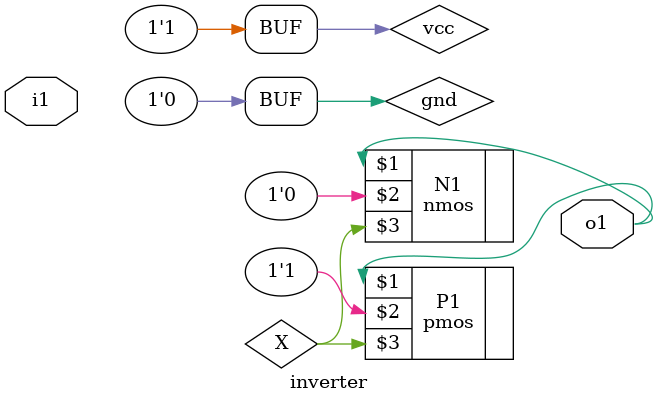
<source format=v>
`timescale 1ns / 1ps
module inverter(o1, i1);
input i1;
output o1;

supply1 vcc;
supply0 gnd;

pmos P1(o1, vcc, X);
nmos N1(o1, gnd, X);
endmodule

</source>
